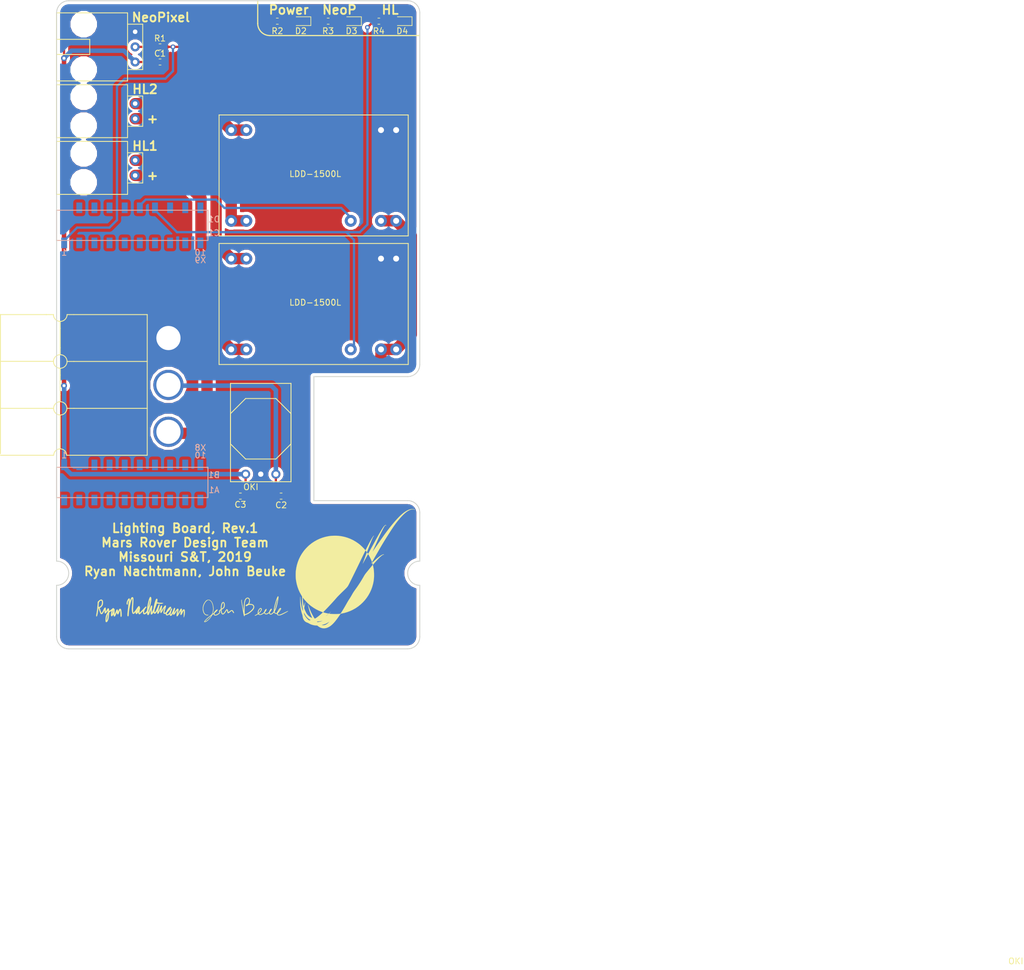
<source format=kicad_pcb>
(kicad_pcb (version 20171130) (host pcbnew "(5.0.0)")
  (layers (0 F.Cu signal) (31 B.Cu signal) (34 B.Paste user) (35 F.Paste user) (36 B.SilkS user) (37 F.SilkS user) (38 B.Mask user) (39 F.Mask user) (44 Edge.Cuts user))
  (net 0 "")
  (net 1 +5V)
  (net 2 GND)
  (net 3 "Net-(C2-Pad1)")
  (net 4 +12VA)
  (net 5 /Headlight_V1+)
  (net 6 /Headlight_V1-)
  (net 7 /Headlight_V2-)
  (net 8 /Headlight_V2+)
  (net 9 "Net-(Conn4-Pad2)")
  (net 10 "Net-(D2-Pad2)")
  (net 11 "Net-(D3-Pad2)")
  (net 12 "Net-(D4-Pad2)")
  (net 13 Dout_NeoPixel)
  (net 14 Headlight_OnOff_PWM1)
  (net 15 Headlight_OnOff_PWM2)
  (module MRDT_Connectors:Anderson_3_Horizontal_Side_by_Side (layer F.Cu) (at 116.713 116.459)
    (fp_text reference Conn1 hide)
    (fp_text value AndersonPP)
    (pad 1 thru_hole circle (at 3.556 -19.685) (size 5.08 5.08) (drill 4.06) (layers *.Cu *.Mask F.Paste) (net 2 GND))
    (pad 2 thru_hole circle (at 3.556 -11.811) (size 5.08 5.08) (drill 4.06) (layers *.Cu *.Mask F.Paste) (net 3 "Net-(C2-Pad1)"))
    (pad 3 thru_hole circle (at 3.556 -3.937) (size 5.08 5.08) (drill 4.06) (layers *.Cu *.Mask F.Paste) (net 4 +12VA))
  )
  (module MRDT_Shields:TM4C129E_Launchpad_X9_SMD_BOTTOM (layer F.Cu) (at 101.498001 123.570001)
    (fp_text reference U3 hide)
    (fp_text value TM4C129E_Launchpad hide)
    (fp_text user A1 (at 26.416 -1.27 180) (layer B.SilkS) (effects (justify mirror)))
    (fp_text user B1 (at 26.416 -3.81 180) (layer B.SilkS) (effects (justify mirror)))
    (fp_text user D1 (at 26.416 -46.736 180) (layer B.SilkS) (effects (justify mirror)))
    (fp_text user C1 (at 26.416 -44.45 180) (layer B.SilkS) (effects (justify mirror)))
    (fp_text user X8 (at 24.13 -8.382 180) (layer B.SilkS) (effects (justify mirror)))
    (fp_text user X9 (at 24.13 -39.878 180) (layer B.SilkS) (effects (justify mirror)))
    (fp_text user 10 (at 24.13 -7.112 180) (layer B.SilkS) (effects (justify mirror)))
    (fp_text user 1 (at 1.27 -7.112 180) (layer B.SilkS) (effects (justify mirror)))
    (fp_text user 10 (at 24.13 -41.148 180) (layer B.SilkS) (effects (justify mirror)))
    (fp_text user 1 (at 1.27 -41.148 180) (layer B.SilkS) (effects (justify mirror)))
    (pad PP2 smd rect (at 24.13 -48.6664 180) (size 0.9906 1.778) (layers B.Cu B.Paste B.Mask))
    (pad PN3 smd rect (at 21.59 -48.6664 180) (size 0.9906 1.778) (layers B.Cu B.Paste B.Mask))
    (pad PN2 smd rect (at 19.05 -48.6664 180) (size 0.9906 1.778) (layers B.Cu B.Paste B.Mask))
    (pad PD0 smd rect (at 16.51 -48.6664 180) (size 0.9906 1.778) (layers B.Cu B.Paste B.Mask) (net 14 Headlight_OnOff_PWM1))
    (pad PD1 smd rect (at 13.97 -48.6664 180) (size 0.9906 1.778) (layers B.Cu B.Paste B.Mask) (net 15 Headlight_OnOff_PWM2))
    (pad Rese smd rect (at 11.43 -48.6664 180) (size 0.9906 1.778) (layers B.Cu B.Paste B.Mask))
    (pad PH3 smd rect (at 8.89 -48.6664 180) (size 0.9906 1.778) (layers B.Cu B.Paste B.Mask))
    (pad PH2 smd rect (at 6.35 -48.6664 180) (size 0.9906 1.778) (layers B.Cu B.Paste B.Mask))
    (pad PM3 smd rect (at 3.81 -48.6664 180) (size 0.9906 1.778) (layers B.Cu B.Paste B.Mask))
    (pad GND smd rect (at 1.27 -48.6664 180) (size 0.9906 1.778) (layers B.Cu B.Paste B.Mask) (net 2 GND))
    (pad PL3 smd rect (at 24.13 -42.7736 180) (size 0.9906 1.778) (layers B.Cu B.Paste B.Mask))
    (pad PL2 smd rect (at 21.59 -42.7736 180) (size 0.9906 1.778) (layers B.Cu B.Paste B.Mask))
    (pad PL1 smd rect (at 19.05 -42.7736 180) (size 0.9906 1.778) (layers B.Cu B.Paste B.Mask))
    (pad PL0 smd rect (at 16.51 -42.7736 180) (size 0.9906 1.778) (layers B.Cu B.Paste B.Mask))
    (pad PL5 smd rect (at 13.97 -42.7736 180) (size 0.9906 1.778) (layers B.Cu B.Paste B.Mask))
    (pad PL4 smd rect (at 11.43 -42.7736 180) (size 0.9906 1.778) (layers B.Cu B.Paste B.Mask))
    (pad PG0 smd rect (at 8.89 -42.7736 180) (size 0.9906 1.778) (layers B.Cu B.Paste B.Mask))
    (pad PF3 smd rect (at 6.35 -42.7736 180) (size 0.9906 1.778) (layers B.Cu B.Paste B.Mask))
    (pad PF2 smd rect (at 3.81 -42.7736 180) (size 0.9906 1.778) (layers B.Cu B.Paste B.Mask))
    (pad PF1 smd rect (at 1.27 -42.7736 180) (size 0.9906 1.778) (layers B.Cu B.Paste B.Mask) (net 13 Dout_NeoPixel))
    (pad PB3 smd rect (at 24.13 0.4064 180) (size 0.9906 1.778) (layers B.Cu B.Paste B.Mask))
    (pad PB2 smd rect (at 21.59 0.4064 180) (size 0.9906 1.778) (layers B.Cu B.Paste B.Mask))
    (pad PC7 smd rect (at 19.05 0.4064 180) (size 0.9906 1.778) (layers B.Cu B.Paste B.Mask))
    (pad PD3 smd rect (at 16.51 0.4064 180) (size 0.9906 1.778) (layers B.Cu B.Paste B.Mask))
    (pad PE5 smd rect (at 13.97 0.4064 180) (size 0.9906 1.778) (layers B.Cu B.Paste B.Mask))
    (pad PC6 smd rect (at 11.43 0.4064 180) (size 0.9906 1.778) (layers B.Cu B.Paste B.Mask))
    (pad PC5 smd rect (at 8.89 0.4064 180) (size 0.9906 1.778) (layers B.Cu B.Paste B.Mask))
    (pad PC4 smd rect (at 6.35 0.4064 180) (size 0.9906 1.778) (layers B.Cu B.Paste B.Mask))
    (pad PE4 smd rect (at 3.81 0.4064 180) (size 0.9906 1.778) (layers B.Cu B.Paste B.Mask))
    (pad +3V3 smd rect (at 1.27 0.4064 180) (size 0.9906 1.778) (layers B.Cu B.Paste B.Mask))
    (pad PM5 smd rect (at 24.13 -5.4864 180) (size 0.9906 1.778) (layers B.Cu B.Paste B.Mask))
    (pad PM4 smd rect (at 21.59 -5.4864 180) (size 0.9906 1.778) (layers B.Cu B.Paste B.Mask))
    (pad PA6 smd rect (at 19.05 -5.4864 180) (size 0.9906 1.778) (layers B.Cu B.Paste B.Mask))
    (pad PD7 smd rect (at 16.51 -5.4864 180) (size 0.9906 1.778) (layers B.Cu B.Paste B.Mask))
    (pad PE3 smd rect (at 13.97 -5.4864 180) (size 0.9906 1.778) (layers B.Cu B.Paste B.Mask))
    (pad PE2 smd rect (at 11.43 -5.4864 180) (size 0.9906 1.778) (layers B.Cu B.Paste B.Mask))
    (pad PE1 smd rect (at 8.89 -5.4864 180) (size 0.9906 1.778) (layers B.Cu B.Paste B.Mask))
    (pad PE0 smd rect (at 6.35 -5.4864 180) (size 0.9906 1.778) (layers B.Cu B.Paste B.Mask))
    (pad GND smd rect (at 3.81 -5.4864 180) (size 0.9906 1.778) (layers B.Cu B.Paste B.Mask) (net 2 GND))
    (pad +5V smd rect (at 1.27 -5.4864 180) (size 0.9906 1.778) (layers B.Cu B.Paste B.Mask) (net 1 +5V))
  )
  (module MRDT_Devices:LDD-1500L_LED_DRIVER (layer F.Cu) (at 128.778 80.899 270)
    (fp_text reference U1)
    (fp_text value LDD-1500L (at 9.906 -16.129) (layer F.SilkS))
    (pad 13 thru_hole circle (at 17.78 -2.025116 90) (size 2 2) (drill 1) (layers *.Cu *.Mask) (net 5 /Headlight_V1+))
    (pad 14 thru_hole circle (at 17.78 -4.565116 90) (size 2 2) (drill 1) (layers *.Cu *.Mask) (net 5 /Headlight_V1+))
    (pad 12 thru_hole circle (at 2.54 -2.025116 90) (size 2 2) (drill 1) (layers *.Cu *.Mask) (net 6 /Headlight_V1-))
    (pad 11 thru_hole circle (at 2.54 -4.565116 90) (size 2 2) (drill 1) (layers *.Cu *.Mask) (net 6 /Headlight_V1-))
    (pad 21 thru_hole circle (at 17.78 -22.091116 90) (size 2 2) (drill 1) (layers *.Cu *.Mask) (net 14 Headlight_OnOff_PWM1))
    (pad 1 thru_hole circle (at 2.54 -29.711116 90) (size 2 2) (drill 1) (layers *.Cu *.Mask) (net 2 GND))
    (pad 24 thru_hole circle (at 17.78 -29.711116 90) (size 2 2) (drill 1) (layers *.Cu *.Mask) (net 4 +12VA))
    (pad 2 thru_hole circle (at 2.54 -27.171116 90) (size 2 2) (drill 1) (layers *.Cu *.Mask) (net 2 GND))
    (pad 23 thru_hole circle (at 17.78 -27.171116 90) (size 2 2) (drill 1) (layers *.Cu *.Mask) (net 4 +12VA))
  )
  (module Capacitor_SMD:C_0603_1608Metric_Pad1.05x0.95mm_HandSolder (layer F.Cu) (at 118.858 50.419)
    (fp_text reference C1 (at 0 -1.43) (layer F.SilkS))
    (fp_text value 10uF)
    (pad 2 smd roundrect (at 0.875 0) (size 1.05 0.95) (layers F.Cu F.Paste F.Mask) (net 2 GND))
    (pad 1 smd roundrect (at -0.875 0) (size 1.05 0.95) (layers F.Cu F.Paste F.Mask) (net 1 +5V))
  )
  (module Capacitor_SMD:C_0603_1608Metric_Pad1.05x0.95mm_HandSolder (layer F.Cu) (at 139.178 123.317)
    (fp_text reference C2 (at 0.014 1.524) (layer F.SilkS))
    (fp_text value 10uF)
    (pad 2 smd roundrect (at 0.875 0) (size 1.05 0.95) (layers F.Cu F.Paste F.Mask) (net 2 GND))
    (pad 1 smd roundrect (at -0.875 0) (size 1.05 0.95) (layers F.Cu F.Paste F.Mask) (net 3 "Net-(C2-Pad1)"))
  )
  (module Capacitor_SMD:C_0603_1608Metric_Pad1.05x0.95mm_HandSolder (layer F.Cu) (at 132.348 123.317 180)
    (fp_text reference C3 (at 0 -1.43 180) (layer F.SilkS))
    (fp_text value 10uF)
    (pad 2 smd roundrect (at 0.875 0 180) (size 1.05 0.95) (layers F.Cu F.Paste F.Mask) (net 2 GND))
    (pad 1 smd roundrect (at -0.875 0 180) (size 1.05 0.95) (layers F.Cu F.Paste F.Mask) (net 1 +5V))
  )
  (module MRDT_Connectors:MOLEX_SL_02_Horizontal (layer F.Cu) (at 114.681 68.199 90)
    (fp_text reference Conn2 hide)
    (fp_text value Molex_SL_02)
    (pad "" np_thru_hole circle (at 2.413 -8.636 90) (size 3.45 3.45) (drill 3.45) (layers *.Cu *.Mask))
    (pad 2 thru_hole circle (at 1.27 0 90) (size 1.524 1.524) (drill 0.762) (layers *.Cu *.Mask) (net 6 /Headlight_V1-))
    (pad 1 thru_hole circle (at -1.27 0 90) (size 1.524 1.524) (drill 0.762) (layers *.Cu *.Mask) (net 5 /Headlight_V1+))
    (pad "" np_thru_hole circle (at -2.415 -8.64 90) (size 3.45 3.45) (drill 3.45) (layers *.Cu *.Mask))
  )
  (module MRDT_Connectors:MOLEX_SL_02_Horizontal (layer F.Cu) (at 114.681 58.674 90)
    (fp_text reference Conn3 hide)
    (fp_text value Molex_SL_02)
    (pad "" np_thru_hole circle (at 2.413 -8.636 90) (size 3.45 3.45) (drill 3.45) (layers *.Cu *.Mask))
    (pad 2 thru_hole circle (at 1.27 0 90) (size 1.524 1.524) (drill 0.762) (layers *.Cu *.Mask) (net 7 /Headlight_V2-))
    (pad 1 thru_hole circle (at -1.27 0 90) (size 1.524 1.524) (drill 0.762) (layers *.Cu *.Mask) (net 8 /Headlight_V2+))
    (pad "" np_thru_hole circle (at -2.415 -8.64 90) (size 3.45 3.45) (drill 3.45) (layers *.Cu *.Mask))
  )
  (module MRDT_Connectors:MOLEX_SL_03_Horizontal (layer F.Cu) (at 114.681 47.879 90)
    (fp_text reference Conn4 hide)
    (fp_text value Molex_SL_03)
    (pad "" np_thru_hole circle (at 3.81 -8.636 90) (size 3.45 3.45) (drill 3.45) (layers *.Cu *.Mask))
    (pad "" np_thru_hole circle (at -3.81 -8.636 90) (size 3.45 3.45) (drill 3.45) (layers *.Cu *.Mask))
    (pad 3 thru_hole circle (at 2.54 0 90) (size 1.524 1.524) (drill 0.762) (layers *.Cu *.Mask) (net 2 GND))
    (pad 2 thru_hole circle (at 0 0 90) (size 1.524 1.524) (drill 0.762) (layers *.Cu *.Mask) (net 9 "Net-(Conn4-Pad2)"))
    (pad 1 thru_hole circle (at -2.54 0 90) (size 1.524 1.524) (drill 0.762) (layers *.Cu *.Mask) (net 1 +5V))
  )
  (module LED_SMD:LED_0603_1608Metric_Pad1.05x0.95mm_HandSolder (layer F.Cu) (at 142.508 43.561 180)
    (fp_text reference D2 (at 0.014 -1.651 180) (layer F.SilkS))
    (fp_text value G_LED)
    (pad 2 smd roundrect (at 0.875 0 180) (size 1.05 0.95) (layers F.Cu F.Paste F.Mask) (net 10 "Net-(D2-Pad2)"))
    (pad 1 smd roundrect (at -0.875 0 180) (size 1.05 0.95) (layers F.Cu F.Paste F.Mask) (net 2 GND))
  )
  (module LED_SMD:LED_0603_1608Metric_Pad1.05x0.95mm_HandSolder (layer F.Cu) (at 150.989 43.561 180)
    (fp_text reference D3 (at -0.014 -1.651 180) (layer F.SilkS))
    (fp_text value Org_LED)
    (pad 2 smd roundrect (at 0.875 0 180) (size 1.05 0.95) (layers F.Cu F.Paste F.Mask) (net 11 "Net-(D3-Pad2)"))
    (pad 1 smd roundrect (at -0.875 0 180) (size 1.05 0.95) (layers F.Cu F.Paste F.Mask) (net 2 GND))
  )
  (module LED_SMD:LED_0603_1608Metric_Pad1.05x0.95mm_HandSolder (layer F.Cu) (at 159.498 43.561 180)
    (fp_text reference D4 (at -0.014 -1.651 180) (layer F.SilkS))
    (fp_text value Org_LED)
    (pad 2 smd roundrect (at 0.875 0 180) (size 1.05 0.95) (layers F.Cu F.Paste F.Mask) (net 12 "Net-(D4-Pad2)"))
    (pad 1 smd roundrect (at -0.875 0 180) (size 1.05 0.95) (layers F.Cu F.Paste F.Mask) (net 2 GND))
  )
  (module Resistor_SMD:R_0603_1608Metric_Pad1.05x0.95mm_HandSolder (layer F.Cu) (at 118.858 47.879)
    (fp_text reference R1 (at 0 -1.43) (layer F.SilkS))
    (fp_text value 470)
    (pad 2 smd roundrect (at 0.875 0) (size 1.05 0.95) (layers F.Cu F.Paste F.Mask) (net 13 Dout_NeoPixel))
    (pad 1 smd roundrect (at -0.875 0) (size 1.05 0.95) (layers F.Cu F.Paste F.Mask) (net 9 "Net-(Conn4-Pad2)"))
  )
  (module Resistor_SMD:R_0603_1608Metric_Pad1.05x0.95mm_HandSolder (layer F.Cu) (at 138.543 43.561)
    (fp_text reference R2 (at 0.014 1.651) (layer F.SilkS))
    (fp_text value 500)
    (pad 2 smd roundrect (at 0.875 0) (size 1.05 0.95) (layers F.Cu F.Paste F.Mask) (net 10 "Net-(D2-Pad2)"))
    (pad 1 smd roundrect (at -0.875 0) (size 1.05 0.95) (layers F.Cu F.Paste F.Mask) (net 1 +5V))
  )
  (module Resistor_SMD:R_0603_1608Metric_Pad1.05x0.95mm_HandSolder (layer F.Cu) (at 147.08 43.561)
    (fp_text reference R3 (at -0.014 1.651) (layer F.SilkS))
    (fp_text value 500)
    (pad 2 smd roundrect (at 0.875 0) (size 1.05 0.95) (layers F.Cu F.Paste F.Mask) (net 11 "Net-(D3-Pad2)"))
    (pad 1 smd roundrect (at -0.875 0) (size 1.05 0.95) (layers F.Cu F.Paste F.Mask) (net 13 Dout_NeoPixel))
  )
  (module Resistor_SMD:R_0603_1608Metric_Pad1.05x0.95mm_HandSolder (layer F.Cu) (at 155.589 43.561)
    (fp_text reference R4 (at -0.014 1.651) (layer F.SilkS))
    (fp_text value 500)
    (pad 2 smd roundrect (at 0.875 0) (size 1.05 0.95) (layers F.Cu F.Paste F.Mask) (net 12 "Net-(D4-Pad2)"))
    (pad 1 smd roundrect (at -0.875 0) (size 1.05 0.95) (layers F.Cu F.Paste F.Mask) (net 14 Headlight_OnOff_PWM1))
  )
  (module MRDT_Devices:LDD-1500L_LED_DRIVER (layer F.Cu) (at 128.778 59.309 270)
    (fp_text reference U2)
    (fp_text value LDD-1500L (at 9.906 -16.129 180) (layer F.SilkS))
    (pad 13 thru_hole circle (at 17.78 -2.025116 90) (size 2 2) (drill 1) (layers *.Cu *.Mask) (net 8 /Headlight_V2+))
    (pad 14 thru_hole circle (at 17.78 -4.565116 90) (size 2 2) (drill 1) (layers *.Cu *.Mask) (net 8 /Headlight_V2+))
    (pad 12 thru_hole circle (at 2.54 -2.025116 90) (size 2 2) (drill 1) (layers *.Cu *.Mask) (net 7 /Headlight_V2-))
    (pad 11 thru_hole circle (at 2.54 -4.565116 90) (size 2 2) (drill 1) (layers *.Cu *.Mask) (net 7 /Headlight_V2-))
    (pad 21 thru_hole circle (at 17.78 -22.091116 90) (size 2 2) (drill 1) (layers *.Cu *.Mask) (net 15 Headlight_OnOff_PWM2))
    (pad 1 thru_hole circle (at 2.54 -29.711116 90) (size 2 2) (drill 1) (layers *.Cu *.Mask) (net 2 GND))
    (pad 24 thru_hole circle (at 17.78 -29.711116 90) (size 2 2) (drill 1) (layers *.Cu *.Mask) (net 4 +12VA))
    (pad 2 thru_hole circle (at 2.54 -27.171116 90) (size 2 2) (drill 1) (layers *.Cu *.Mask) (net 2 GND))
    (pad 23 thru_hole circle (at 17.78 -27.171116 90) (size 2 2) (drill 1) (layers *.Cu *.Mask) (net 4 +12VA))
  )
  (module MRDT_Devices:OKI_Horizontal (layer F.Cu) (at 140.843 120.904 180)
    (fp_text reference U4 hide)
    (fp_text value OKI (at 6.731 -0.889 180) (layer F.SilkS))
    (pad 3 thru_hole circle (at 7.62 1.27 180) (size 1.524 1.524) (drill 0.889) (layers *.Cu *.Mask) (net 1 +5V))
    (pad 2 thru_hole circle (at 5.08 1.27 180) (size 1.524 1.524) (drill 0.889) (layers *.Cu *.Mask) (net 2 GND))
    (pad 1 thru_hole circle (at 2.54 1.27 180) (size 1.524 1.524) (drill 0.889) (layers *.Cu *.Mask) (net 3 "Net-(C2-Pad1)"))
  )
  (module MRDT_Silkscreens:MRDT_Logo_20mm (layer F.Cu) (at 151.638 135.509)
    (fp_text reference G*** hide)
    (fp_text value LOGO hide)
  )
  (module MRDT_Silkscreens:Nothing_3mm_Cu (layer B.Cu) (at 147.193 134.112 180)
    (fp_text reference G*** hide)
    (fp_text value LOGO hide)
    (fp_line (start -1.15316 -1.91008) (end 0 0.05588) (layer B.Cu) (width 0.15))
    (fp_line (start 0 0.05588) (end 1.09728 -1.8796) (layer B.Cu) (width 0.15))
    (fp_line (start 1.09728 -1.8796) (end -1.143 -1.89992) (layer B.Cu) (width 0.15))
    (fp_circle (center -0.0254 -1.23952) (end 0.06604 -1.48336) (layer B.Cu) (width 0.15))
    (fp_arc (start -0.02032 -1.9304) (end -0.75184 -1.23952) (angle -93.2) (layer B.Cu) (width 0.15))
    (fp_arc (start -0.00508 -0.51308) (end 0.70104 -1.22936) (angle -88) (layer B.Cu) (width 0.15))
  )
  (module "LightingBoard_Hardware2:Ryan Signature" (layer F.Cu) (at 116.205 142.748)
    (fp_text reference G*** hide)
    (fp_text value LOGO hide)
  )
  (module "" (layer F.Cu) (at 134.62 121.793)
    (fp_text reference "" (at 128.778 80.899) (layer F.SilkS) (effects (font (size 1.27 1.27))))
    (fp_text value "" (at 128.778 80.899) (layer F.SilkS) (effects (font (size 1.27 1.27))))
    (fp_text user OKI (at 127.889 79.629) (layer F.SilkS))
  )
  (module "LightingBoard_Hardware2:John Signature" (layer F.Cu) (at 133.604 143.256)
    (fp_text reference G*** hide)
    (fp_text value LOGO hide)
  )
  (gr_text "Lighting Board, Rev.1\nMars Rover Design Team\nMissouri S&T, 2019\nRyan Nachtmann, John Beuke" (at 123.063 132.334) (layer F.SilkS) (effects (font (size 1.5 1.5) (thickness 0.3))))
  (gr_text + (at 117.602 59.944) (layer F.SilkS) (effects (font (size 1.5 1.5) (thickness 0.3))))
  (gr_text + (at 117.602 69.469) (layer F.SilkS) (effects (font (size 1.5 1.5) (thickness 0.3))))
  (gr_line (start 137.287 45.974) (end 162.433 45.974) (layer F.SilkS) (width 0.2))
  (gr_line (start 135.255 43.942) (end 135.255 40.132) (layer F.SilkS) (width 0.2))
  (gr_arc (start 137.287 43.942) (end 135.255 43.942) (angle -90) (layer F.SilkS) (width 0.2))
  (gr_text NeoPixel (at 118.999 42.926) (layer F.SilkS) (effects (font (size 1.5 1.5) (thickness 0.3))))
  (gr_text HL2 (at 116.332 54.991) (layer F.SilkS) (effects (font (size 1.5 1.5) (thickness 0.3))))
  (gr_text HL1 (at 116.332 64.516) (layer F.SilkS) (effects (font (size 1.5 1.5) (thickness 0.3))))
  (gr_text HL (at 157.48 41.656) (layer F.SilkS) (effects (font (size 1.5 1.5) (thickness 0.3))))
  (gr_text Power (at 140.462 41.656) (layer F.SilkS) (effects (font (size 1.5 1.5) (thickness 0.3))))
  (gr_text NeoP (at 148.971 41.656) (layer F.SilkS) (effects (font (size 1.5 1.5) (thickness 0.3))))
  (gr_line (start 162.4584 42.164) (end 162.4584 101.219) (layer Edge.Cuts) (width 0.15))
  (gr_line (start 160.4264 40.132) (end 103.5304 40.132) (layer Edge.Cuts) (width 0.15))
  (gr_arc (start 160.4264 42.164) (end 162.4584 42.164) (angle -90) (layer Edge.Cuts) (width 0.15))
  (gr_arc (start 103.5304 42.164) (end 103.5304 40.132) (angle -90) (layer Edge.Cuts) (width 0.15))
  (gr_line (start 101.4984 134.239) (end 101.4984 42.164) (layer Edge.Cuts) (width 0.15))
  (gr_line (start 101.4984 146.939) (end 101.4984 138.303) (layer Edge.Cuts) (width 0.15))
  (gr_line (start 144.6784 103.251) (end 160.4264 103.251) (layer Edge.Cuts) (width 0.15))
  (gr_line (start 144.6784 124.079) (end 144.6784 103.251) (layer Edge.Cuts) (width 0.15))
  (gr_line (start 160.4264 124.079) (end 144.6784 124.079) (layer Edge.Cuts) (width 0.15))
  (gr_line (start 162.4584 134.239) (end 162.4584 126.111) (layer Edge.Cuts) (width 0.15))
  (gr_line (start 162.4584 146.939) (end 162.4584 138.303) (layer Edge.Cuts) (width 0.15))
  (gr_line (start 103.5304 148.971) (end 160.4264 148.971) (layer Edge.Cuts) (width 0.15))
  (gr_arc (start 160.4264 101.219) (end 160.4264 103.251) (angle -90) (layer Edge.Cuts) (width 0.15))
  (gr_arc (start 160.4264 126.111) (end 162.4584 126.111) (angle -90) (layer Edge.Cuts) (width 0.15))
  (gr_arc (start 162.4584 136.271) (end 162.4584 134.239) (angle -180) (layer Edge.Cuts) (width 0.15))
  (gr_arc (start 160.4264 146.939) (end 160.4264 148.971) (angle -90) (layer Edge.Cuts) (width 0.15))
  (gr_arc (start 103.5304 146.939) (end 101.4984 146.939) (angle -90) (layer Edge.Cuts) (width 0.15))
  (gr_arc (start 101.4984 136.271) (end 101.4984 138.303) (angle -180) (layer Edge.Cuts) (width 0.15))
  (segment (start 133.223 119.634) (end 133.223 123.317) (width 0.381) (layer F.Cu) (net 1))
  (segment (start 102.768001 118.477301) (end 102.768001 118.083601) (width 0.762) (layer B.Cu) (net 1))
  (segment (start 102.768001 118.477301) (end 103.9247 119.634) (width 0.762) (layer B.Cu) (net 1))
  (segment (start 133.223 119.634) (end 103.9247 119.634) (width 0.762) (layer B.Cu) (net 1))
  (via (at 102.743 104.775) (size 1) (drill 0.5) (layers F.Cu B.Cu) (net 1))
  (segment (start 102.768001 118.083601) (end 102.768001 104.800001) (width 0.762) (layer B.Cu) (net 1))
  (segment (start 102.768001 104.800001) (end 102.743 104.775) (width 0.762) (layer B.Cu) (net 1))
  (segment (start 102.743 104.775) (end 102.743 49.784) (width 0.762) (layer F.Cu) (net 1))
  (segment (start 102.743 49.784) (end 102.743 42.291) (width 0.381) (layer F.Cu) (net 1))
  (segment (start 102.743 42.291) (end 104.013 41.021) (width 0.381) (layer F.Cu) (net 1))
  (segment (start 104.013 41.021) (end 136.398 41.021) (width 0.381) (layer F.Cu) (net 1))
  (segment (start 136.398 41.021) (end 137.668 42.291) (width 0.381) (layer F.Cu) (net 1))
  (segment (start 137.668 42.291) (end 137.668 43.561) (width 0.381) (layer F.Cu) (net 1))
  (segment (start 102.743 49.784) (end 102.743 49.784) (width 0.762) (layer F.Cu) (net 1))
  (via (at 102.743 49.784) (size 1) (drill 0.5) (layers F.Cu B.Cu) (net 1))
  (segment (start 102.743 49.784) (end 104.013 48.514) (width 0.762) (layer B.Cu) (net 1))
  (segment (start 114.681 50.419) (end 112.776 48.514) (width 0.762) (layer B.Cu) (net 1))
  (segment (start 112.776 48.514) (end 104.013 48.514) (width 0.762) (layer B.Cu) (net 1))
  (segment (start 117.983 50.419) (end 114.681 50.419) (width 0.381) (layer F.Cu) (net 1))
  (segment (start 158.496 83.439) (end 155.956 83.439) (width 1.27) (layer F.Cu) (net 2))
  (segment (start 158.496 61.849) (end 155.956 61.849) (width 1.27) (layer F.Cu) (net 2))
  (segment (start 138.303 123.317) (end 138.303 119.634) (width 0.381) (layer F.Cu) (net 3))
  (segment (start 138.303 119.634) (end 138.303 105.537) (width 0.762) (layer B.Cu) (net 3))
  (segment (start 137.542 104.776) (end 120.2944 104.776) (width 0.762) (layer B.Cu) (net 3))
  (segment (start 138.303 105.537) (end 137.542 104.776) (width 0.762) (layer B.Cu) (net 3))
  (segment (start 155.956 98.679) (end 158.496 98.679) (width 1.905) (layer F.Cu) (net 4))
  (segment (start 158.496 98.679) (end 161.036 96.139) (width 1.905) (layer F.Cu) (net 4))
  (segment (start 161.036 96.139) (end 161.036 79.629) (width 1.905) (layer F.Cu) (net 4))
  (segment (start 161.036 79.629) (end 158.496 77.089) (width 1.905) (layer F.Cu) (net 4))
  (segment (start 158.496 77.089) (end 155.956 77.089) (width 1.905) (layer F.Cu) (net 4))
  (segment (start 155.949116 100.093213) (end 154.696329 101.346) (width 1.905) (layer F.Cu) (net 4))
  (segment (start 155.949116 98.679) (end 155.949116 100.093213) (width 1.905) (layer F.Cu) (net 4))
  (segment (start 154.696329 101.346) (end 128.27 101.346) (width 1.905) (layer F.Cu) (net 4))
  (segment (start 128.27 101.346) (end 126.746 102.87) (width 1.905) (layer F.Cu) (net 4))
  (segment (start 126.746 102.87) (end 126.746 110.998) (width 1.905) (layer F.Cu) (net 4))
  (segment (start 124.969 112.775) (end 120.2944 112.775) (width 1.905) (layer F.Cu) (net 4))
  (segment (start 126.746 110.998) (end 124.969 112.775) (width 1.905) (layer F.Cu) (net 4))
  (segment (start 130.81 98.679) (end 125.73 93.599) (width 1.905) (layer F.Cu) (net 5))
  (segment (start 125.73 93.599) (end 125.73 73.279) (width 1.905) (layer F.Cu) (net 5))
  (segment (start 125.73 73.279) (end 121.92 69.469) (width 1.905) (layer F.Cu) (net 5))
  (segment (start 130.81 98.679) (end 133.35 98.679) (width 1.905) (layer F.Cu) (net 5))
  (segment (start 114.681 69.469) (end 117.221 69.469) (width 1.905) (layer F.Cu) (net 5))
  (segment (start 121.92 69.469) (end 117.221 69.469) (width 1.905) (layer F.Cu) (net 5))
  (segment (start 117.221 69.469) (end 115.316 69.469) (width 1.905) (layer F.Cu) (net 5))
  (segment (start 130.81 83.439) (end 133.35 83.439) (width 1.905) (layer F.Cu) (net 6))
  (segment (start 128.27 80.899) (end 130.81 83.439) (width 1.905) (layer F.Cu) (net 6))
  (segment (start 128.27 72.009) (end 128.27 80.899) (width 1.905) (layer F.Cu) (net 6))
  (segment (start 123.19 66.929) (end 128.27 72.009) (width 1.905) (layer F.Cu) (net 6))
  (segment (start 114.681 66.929) (end 117.475 66.929) (width 1.905) (layer F.Cu) (net 6))
  (segment (start 115.316 66.929) (end 117.475 66.929) (width 1.905) (layer F.Cu) (net 6))
  (segment (start 117.475 66.929) (end 123.19 66.929) (width 1.905) (layer F.Cu) (net 6))
  (segment (start 133.35 61.849) (end 130.81 61.849) (width 1.905) (layer F.Cu) (net 7))
  (segment (start 130.81 61.849) (end 126.365 57.404) (width 1.905) (layer F.Cu) (net 7))
  (segment (start 114.681 57.404) (end 118.618 57.404) (width 1.905) (layer F.Cu) (net 7))
  (segment (start 126.365 57.404) (end 118.618 57.404) (width 1.905) (layer F.Cu) (net 7))
  (segment (start 118.618 57.404) (end 115.316 57.404) (width 1.905) (layer F.Cu) (net 7))
  (segment (start 133.35 77.089) (end 130.81 77.089) (width 1.905) (layer F.Cu) (net 8))
  (segment (start 130.81 77.089) (end 130.81 66.294) (width 1.905) (layer F.Cu) (net 8))
  (segment (start 130.81 66.294) (end 124.46 59.944) (width 1.905) (layer F.Cu) (net 8))
  (segment (start 114.681 59.944) (end 116.84 59.944) (width 1.905) (layer F.Cu) (net 8))
  (segment (start 124.46 59.944) (end 116.84 59.944) (width 1.905) (layer F.Cu) (net 8))
  (segment (start 116.84 59.944) (end 115.316 59.944) (width 1.905) (layer F.Cu) (net 8))
  (segment (start 117.983 47.879) (end 114.681 47.879) (width 0.381) (layer F.Cu) (net 9))
  (segment (start 139.418 43.561) (end 141.633 43.561) (width 0.381) (layer F.Cu) (net 10))
  (segment (start 147.955 43.561) (end 150.114 43.561) (width 0.381) (layer F.Cu) (net 11))
  (segment (start 156.464 43.561) (end 158.623 43.561) (width 0.381) (layer F.Cu) (net 12))
  (segment (start 146.205 43.561) (end 146.205 46.581) (width 0.381) (layer F.Cu) (net 13))
  (segment (start 146.205 46.581) (end 144.907 47.879) (width 0.381) (layer F.Cu) (net 13))
  (segment (start 144.907 47.879) (end 121.031 47.879) (width 0.381) (layer F.Cu) (net 13))
  (segment (start 121.031 47.879) (end 119.733 47.879) (width 0.381) (layer F.Cu) (net 13))
  (via (at 121.031 47.879) (size 0.8) (drill 0.4) (layers F.Cu B.Cu) (net 13))
  (segment (start 102.768001 80.402701) (end 104.938702 78.232) (width 0.381) (layer B.Cu) (net 13))
  (segment (start 102.768001 80.796401) (end 102.768001 80.402701) (width 0.381) (layer B.Cu) (net 13))
  (segment (start 104.938702 78.232) (end 110.363 78.232) (width 0.381) (layer B.Cu) (net 13))
  (segment (start 110.363 78.232) (end 111.633 76.962) (width 0.381) (layer B.Cu) (net 13))
  (segment (start 111.633 76.962) (end 111.633 54.483) (width 0.381) (layer B.Cu) (net 13))
  (segment (start 111.633 54.483) (end 112.903 53.213) (width 0.381) (layer B.Cu) (net 13))
  (segment (start 112.903 53.213) (end 119.761 53.213) (width 0.381) (layer B.Cu) (net 13))
  (segment (start 119.761 53.213) (end 121.031 51.943) (width 0.381) (layer B.Cu) (net 13))
  (segment (start 121.031 51.943) (end 121.031 47.879) (width 0.381) (layer B.Cu) (net 13))
  (segment (start 118.008001 74.903601) (end 118.008001 75.297301) (width 0.381) (layer B.Cu) (net 14))
  (segment (start 118.008001 75.297301) (end 121.7047 78.994) (width 0.381) (layer B.Cu) (net 14))
  (segment (start 153.67 44.605) (end 153.67 44.605) (width 0.25) (layer F.Cu) (net 14))
  (segment (start 154.714 43.561) (end 153.67 44.605) (width 0.381) (layer F.Cu) (net 14))
  (segment (start 150.114 78.994) (end 121.7047 78.994) (width 0.381) (layer B.Cu) (net 14))
  (segment (start 151.416 80.296) (end 151.416 80.296) (width 0.381) (layer B.Cu) (net 14))
  (segment (start 150.114 78.994) (end 150.114 78.994) (width 0.381) (layer B.Cu) (net 14))
  (segment (start 153.67 44.605) (end 153.67 44.605) (width 0.25) (layer F.Cu) (net 14))
  (via (at 153.67 44.605) (size 0.8) (drill 0.4) (layers F.Cu B.Cu) (net 14))
  (segment (start 153.67 44.605) (end 153.67 77.724) (width 0.381) (layer B.Cu) (net 14))
  (segment (start 153.67 77.724) (end 152.4 78.994) (width 0.381) (layer B.Cu) (net 14))
  (segment (start 152.4 78.994) (end 150.114 78.994) (width 0.381) (layer B.Cu) (net 14))
  (segment (start 151.416 98.679) (end 151.416 80.296) (width 0.381) (layer B.Cu) (net 14))
  (segment (start 151.416 80.296) (end 150.114 78.994) (width 0.381) (layer B.Cu) (net 14))
  (segment (start 115.468001 74.903601) (end 115.468001 75.297301) (width 0.381) (layer B.Cu) (net 15))
  (segment (start 149.257 74.93) (end 151.416 77.089) (width 0.381) (layer B.Cu) (net 15))
  (segment (start 129.667 74.93) (end 149.257 74.93) (width 0.381) (layer B.Cu) (net 15))
  (segment (start 128.262951 73.525951) (end 129.667 74.93) (width 0.381) (layer B.Cu) (net 15))
  (segment (start 116.451951 73.525951) (end 128.262951 73.525951) (width 0.381) (layer B.Cu) (net 15))
  (segment (start 115.468001 74.509901) (end 116.451951 73.525951) (width 0.381) (layer B.Cu) (net 15))
  (segment (start 115.468001 74.903601) (end 115.468001 74.509901) (width 0.381) (layer B.Cu) (net 15))
  (zone (net 2) (net_name GND) (layer B.Cu) (connect_pads yes (clearance 0.508)) (min_thickness 0.254) (fill yes (arc_segments 16) (thermal_gap 0.508) (thermal_bridge_width 0.508))
    (polygon (pts (xy 101.473 40.132) (xy 162.56 40.005) (xy 162.56 149.098) (xy 101.473 149.098)))
  )
  (zone (net 2) (net_name GND) (layer F.Cu) (connect_pads yes (clearance 0.508)) (min_thickness 0.254) (fill yes (arc_segments 16) (thermal_gap 0.508) (thermal_bridge_width 0.508))
    (polygon (pts (xy 101.473 40.132) (xy 162.56 40.005) (xy 162.56 149.098) (xy 101.473 149.098)))
  )
)
</source>
